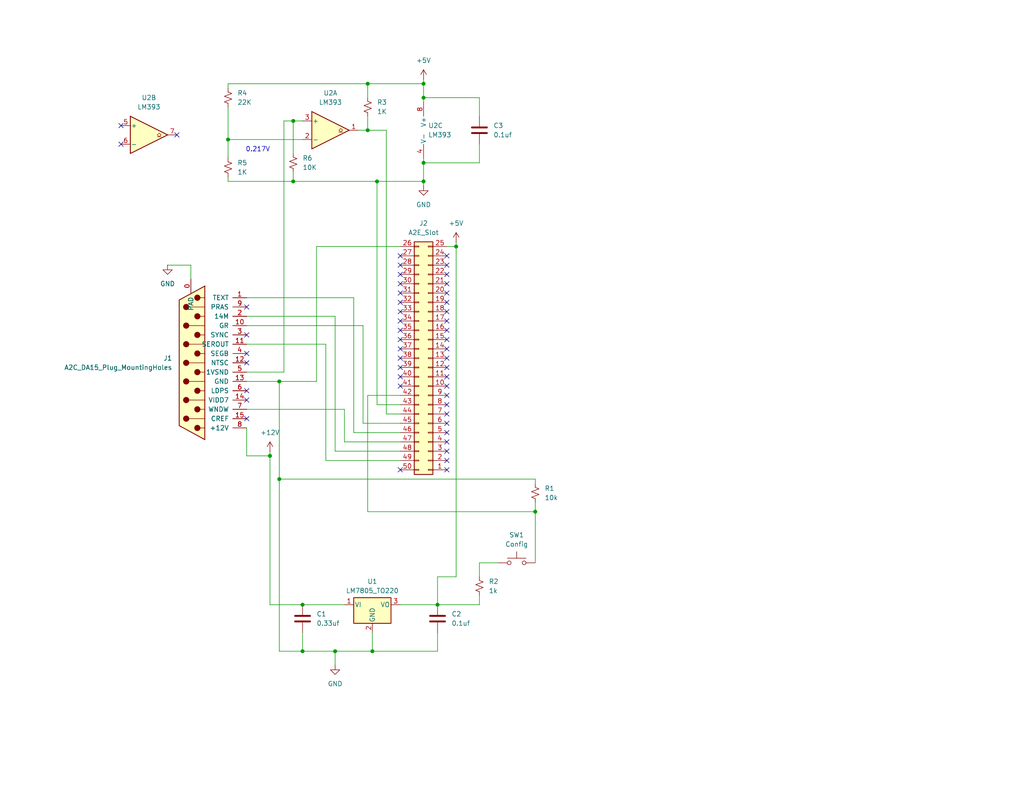
<source format=kicad_sch>
(kicad_sch (version 20250114) (generator "eeschema") (generator_version "9.0")
  (paper "USLetter")
  (title_block (title "A2C_DVI Adapter") (date "2025-06-18") (rev "v2") (company "Far Left Lane") (comment 1 "Michael Neil") (comment 2 "MIT License") (comment 3 "v1 4/15/2025") (comment 4 "v2 6/18/25"))
  (lib_symbols
    (symbol "Apple_II_Library:DA15_Plug_MountingHoles" (pin_names (offset 1.016))
      (property "Reference" "J1" (at 5.08 -1.2701 0))
      (property "Value" "A2C_DA15_Plug_MountingHoles" (at 5.08 1.2699 0))
      (symbol "DA15_Plug_MountingHoles_0_1"
        (polyline (pts (xy -3.81 17.78) (xy -2.54 17.78)))
        (polyline (pts (xy -3.81 15.24) (xy 0.508 15.24)))
        (polyline (pts (xy -3.81 12.7) (xy -2.54 12.7)))
        (polyline (pts (xy -3.81 10.16) (xy 0.508 10.16)))
        (polyline (pts (xy -3.81 7.62) (xy -2.54 7.62)))
        (polyline (pts (xy -3.81 5.08) (xy 0.508 5.08)))
        (polyline (pts (xy -3.81 2.54) (xy -2.54 2.54)))
        (polyline (pts (xy -3.81 0) (xy 0.508 0)))
        (polyline (pts (xy -3.81 -2.54) (xy -2.54 -2.54)))
        (polyline (pts (xy -3.81 -5.08) (xy 0.508 -5.08)))
        (polyline (pts (xy -3.81 -7.62) (xy -2.54 -7.62)))
        (polyline (pts (xy -3.81 -10.16) (xy 0.508 -10.16)))
        (polyline (pts (xy -3.81 -12.7) (xy -2.54 -12.7)))
        (polyline (pts (xy -3.81 -15.24) (xy 0.508 -15.24)))
        (polyline (pts (xy -3.81 -17.78) (xy -2.54 -17.78)))
        (polyline (pts (xy -3.81 -20.955) (xy 3.175 -17.145) (xy 3.175 17.145) (xy -3.81 20.955) (xy -3.81 -20.955)) (stroke (width 0.254)) (fill (type background)))
        (circle (center -1.778 17.78) (radius 0.762) (fill (type outline)))
        (circle (center -1.778 12.7) (radius 0.762) (fill (type outline)))
        (circle (center -1.778 7.62) (radius 0.762) (fill (type outline)))
        (circle (center -1.778 2.54) (radius 0.762) (fill (type outline)))
        (circle (center -1.778 -2.54) (radius 0.762) (fill (type outline)))
        (circle (center -1.778 -7.62) (radius 0.762) (fill (type outline)))
        (circle (center -1.778 -12.7) (radius 0.762) (fill (type outline)))
        (circle (center -1.778 -17.78) (radius 0.762) (fill (type outline)))
        (circle (center 1.27 15.24) (radius 0.762) (fill (type outline)))
        (circle (center 1.27 10.16) (radius 0.762) (fill (type outline)))
        (circle (center 1.27 5.08) (radius 0.762) (fill (type outline)))
        (circle (center 1.27 0) (radius 0.762) (fill (type outline)))
        (circle (center 1.27 -5.08) (radius 0.762) (fill (type outline)))
        (circle (center 1.27 -10.16) (radius 0.762) (fill (type outline)))
        (circle (center 1.27 -15.24) (radius 0.762) (fill (type outline)))
      )
      (symbol "DA15_Plug_MountingHoles_1_1"
        (pin power_out line (at -15.24 17.78 0) (length 3.81) (name "+12V") (number "8"))
        (pin passive line (at -15.24 15.24 0) (length 3.81) (name "CREF") (number "15"))
        (pin passive line (at -15.24 12.7 0) (length 3.81) (name "WNDW") (number "7"))
        (pin passive line (at -15.24 10.16 0) (length 3.81) (name "VIDD7") (number "14"))
        (pin passive line (at -15.24 7.62 0) (length 3.81) (name "LDPS") (number "6"))
        (pin power_out line (at -15.24 5.08 0) (length 3.81) (name "GND") (number "13"))
        (pin passive line (at -15.24 2.54 0) (length 3.81) (name "1VSND") (number "5"))
        (pin passive line (at -15.24 0 0) (length 3.81) (name "NTSC") (number "12"))
        (pin passive line (at -15.24 -2.54 0) (length 3.81) (name "SEGB") (number "4"))
        (pin passive line (at -15.24 -5.08 0) (length 3.81) (name "SEROUT") (number "11"))
        (pin passive line (at -15.24 -7.62 0) (length 3.81) (name "SYNC") (number "3"))
        (pin passive line (at -15.24 -10.16 0) (length 3.81) (name "GR") (number "10"))
        (pin passive line (at -15.24 -12.7 0) (length 3.81) (name "14M") (number "2"))
        (pin passive line (at -15.24 -15.24 0) (length 3.81) (name "PRAS") (number "9"))
        (pin passive line (at -15.24 -17.78 0) (length 3.81) (name "TEXT") (number "1"))
        (pin passive line (at 0 -22.86 90) (length 3.81) (name "PAD") (number "0"))
      )
    )
    (symbol "Comparator:LM393" (pin_names (offset 0.127))
      (property "Reference" "U" (at 3.81 3.81 0))
      (property "Value" "LM393" (at 6.35 -3.81 0))
      (symbol "LM393_1_1"
        (polyline (pts (xy -5.08 5.08) (xy 5.08 0) (xy -5.08 -5.08) (xy -5.08 5.08)) (stroke (width 0.254)) (fill (type background)))
        (polyline (pts (xy 3.302 -0.508) (xy 2.794 -0.508) (xy 3.302 0) (xy 2.794 0.508) (xy 2.286 0) (xy 2.794 -0.508) (xy 2.286 -0.508)) (stroke (width 0.127)))
        (pin input line (at -7.62 2.54 0) (length 2.54) (name "+") (number "3"))
        (pin input line (at -7.62 -2.54 0) (length 2.54) (name "-") (number "2"))
        (pin open_collector line (at 7.62 0 180) (length 2.54) (name "~") (number "1"))
      )
      (symbol "LM393_2_1"
        (polyline (pts (xy -5.08 5.08) (xy 5.08 0) (xy -5.08 -5.08) (xy -5.08 5.08)) (stroke (width 0.254)) (fill (type background)))
        (polyline (pts (xy 3.302 -0.508) (xy 2.794 -0.508) (xy 3.302 0) (xy 2.794 0.508) (xy 2.286 0) (xy 2.794 -0.508) (xy 2.286 -0.508)) (stroke (width 0.127)))
        (pin input line (at -7.62 2.54 0) (length 2.54) (name "+") (number "5"))
        (pin input line (at -7.62 -2.54 0) (length 2.54) (name "-") (number "6"))
        (pin open_collector line (at 7.62 0 180) (length 2.54) (name "~") (number "7"))
      )
      (symbol "LM393_3_1"
        (pin power_in line (at -2.54 7.62 270) (length 3.81) (name "V+") (number "8"))
        (pin power_in line (at -2.54 -7.62 90) (length 3.81) (name "V-") (number "4"))
      )
    )
    (symbol "Connector_Generic:Conn_02x25_Counter_Clockwise" (pin_names (offset 1.016) (hide yes))
      (property "Reference" "J" (at 1.27 33.02 0))
      (property "Value" "Conn_02x25_Counter_Clockwise" (at 1.27 -33.02 0))
      (symbol "Conn_02x25_Counter_Clockwise_1_1"
        (rectangle (start -1.27 31.75) (end 3.81 -31.75) (stroke (width 0.254)) (fill (type background)))
        (rectangle (start -1.27 30.607) (end 0 30.353) (stroke (width 0.1524)))
        (rectangle (start -1.27 28.067) (end 0 27.813) (stroke (width 0.1524)))
        (rectangle (start -1.27 25.527) (end 0 25.273) (stroke (width 0.1524)))
        (rectangle (start -1.27 22.987) (end 0 22.733) (stroke (width 0.1524)))
        (rectangle (start -1.27 20.447) (end 0 20.193) (stroke (width 0.1524)))
        (rectangle (start -1.27 17.907) (end 0 17.653) (stroke (width 0.1524)))
        (rectangle (start -1.27 15.367) (end 0 15.113) (stroke (width 0.1524)))
        (rectangle (start -1.27 12.827) (end 0 12.573) (stroke (width 0.1524)))
        (rectangle (start -1.27 10.287) (end 0 10.033) (stroke (width 0.1524)))
        (rectangle (start -1.27 7.747) (end 0 7.493) (stroke (width 0.1524)))
        (rectangle (start -1.27 5.207) (end 0 4.953) (stroke (width 0.1524)))
        (rectangle (start -1.27 2.667) (end 0 2.413) (stroke (width 0.1524)))
        (rectangle (start -1.27 0.127) (end 0 -0.127) (stroke (width 0.1524)))
        (rectangle (start -1.27 -2.413) (end 0 -2.667) (stroke (width 0.1524)))
        (rectangle (start -1.27 -4.953) (end 0 -5.207) (stroke (width 0.1524)))
        (rectangle (start -1.27 -7.493) (end 0 -7.747) (stroke (width 0.1524)))
        (rectangle (start -1.27 -10.033) (end 0 -10.287) (stroke (width 0.1524)))
        (rectangle (start -1.27 -12.573) (end 0 -12.827) (stroke (width 0.1524)))
        (rectangle (start -1.27 -15.113) (end 0 -15.367) (stroke (width 0.1524)))
        (rectangle (start -1.27 -17.653) (end 0 -17.907) (stroke (width 0.1524)))
        (rectangle (start -1.27 -20.193) (end 0 -20.447) (stroke (width 0.1524)))
        (rectangle (start -1.27 -22.733) (end 0 -22.987) (stroke (width 0.1524)))
        (rectangle (start -1.27 -25.273) (end 0 -25.527) (stroke (width 0.1524)))
        (rectangle (start -1.27 -27.813) (end 0 -28.067) (stroke (width 0.1524)))
        (rectangle (start -1.27 -30.353) (end 0 -30.607) (stroke (width 0.1524)))
        (rectangle (start 3.81 30.607) (end 2.54 30.353) (stroke (width 0.1524)))
        (rectangle (start 3.81 28.067) (end 2.54 27.813) (stroke (width 0.1524)))
        (rectangle (start 3.81 25.527) (end 2.54 25.273) (stroke (width 0.1524)))
        (rectangle (start 3.81 22.987) (end 2.54 22.733) (stroke (width 0.1524)))
        (rectangle (start 3.81 20.447) (end 2.54 20.193) (stroke (width 0.1524)))
        (rectangle (start 3.81 17.907) (end 2.54 17.653) (stroke (width 0.1524)))
        (rectangle (start 3.81 15.367) (end 2.54 15.113) (stroke (width 0.1524)))
        (rectangle (start 3.81 12.827) (end 2.54 12.573) (stroke (width 0.1524)))
        (rectangle (start 3.81 10.287) (end 2.54 10.033) (stroke (width 0.1524)))
        (rectangle (start 3.81 7.747) (end 2.54 7.493) (stroke (width 0.1524)))
        (rectangle (start 3.81 5.207) (end 2.54 4.953) (stroke (width 0.1524)))
        (rectangle (start 3.81 2.667) (end 2.54 2.413) (stroke (width 0.1524)))
        (rectangle (start 3.81 0.127) (end 2.54 -0.127) (stroke (width 0.1524)))
        (rectangle (start 3.81 -2.413) (end 2.54 -2.667) (stroke (width 0.1524)))
        (rectangle (start 3.81 -4.953) (end 2.54 -5.207) (stroke (width 0.1524)))
        (rectangle (start 3.81 -7.493) (end 2.54 -7.747) (stroke (width 0.1524)))
        (rectangle (start 3.81 -10.033) (end 2.54 -10.287) (stroke (width 0.1524)))
        (rectangle (start 3.81 -12.573) (end 2.54 -12.827) (stroke (width 0.1524)))
        (rectangle (start 3.81 -15.113) (end 2.54 -15.367) (stroke (width 0.1524)))
        (rectangle (start 3.81 -17.653) (end 2.54 -17.907) (stroke (width 0.1524)))
        (rectangle (start 3.81 -20.193) (end 2.54 -20.447) (stroke (width 0.1524)))
        (rectangle (start 3.81 -22.733) (end 2.54 -22.987) (stroke (width 0.1524)))
        (rectangle (start 3.81 -25.273) (end 2.54 -25.527) (stroke (width 0.1524)))
        (rectangle (start 3.81 -27.813) (end 2.54 -28.067) (stroke (width 0.1524)))
        (rectangle (start 3.81 -30.353) (end 2.54 -30.607) (stroke (width 0.1524)))
        (pin passive line (at -5.08 30.48 0) (length 3.81) (name "Pin_1") (number "1"))
        (pin passive line (at -5.08 27.94 0) (length 3.81) (name "Pin_2") (number "2"))
        (pin passive line (at -5.08 25.4 0) (length 3.81) (name "Pin_3") (number "3"))
        (pin passive line (at -5.08 22.86 0) (length 3.81) (name "Pin_4") (number "4"))
        (pin passive line (at -5.08 20.32 0) (length 3.81) (name "Pin_5") (number "5"))
        (pin passive line (at -5.08 17.78 0) (length 3.81) (name "Pin_6") (number "6"))
        (pin passive line (at -5.08 15.24 0) (length 3.81) (name "Pin_7") (number "7"))
        (pin passive line (at -5.08 12.7 0) (length 3.81) (name "Pin_8") (number "8"))
        (pin passive line (at -5.08 10.16 0) (length 3.81) (name "Pin_9") (number "9"))
        (pin passive line (at -5.08 7.62 0) (length 3.81) (name "Pin_10") (number "10"))
        (pin passive line (at -5.08 5.08 0) (length 3.81) (name "Pin_11") (number "11"))
        (pin passive line (at -5.08 2.54 0) (length 3.81) (name "Pin_12") (number "12"))
        (pin passive line (at -5.08 0 0) (length 3.81) (name "Pin_13") (number "13"))
        (pin passive line (at -5.08 -2.54 0) (length 3.81) (name "Pin_14") (number "14"))
        (pin passive line (at -5.08 -5.08 0) (length 3.81) (name "Pin_15") (number "15"))
        (pin passive line (at -5.08 -7.62 0) (length 3.81) (name "Pin_16") (number "16"))
        (pin passive line (at -5.08 -10.16 0) (length 3.81) (name "Pin_17") (number "17"))
        (pin passive line (at -5.08 -12.7 0) (length 3.81) (name "Pin_18") (number "18"))
        (pin passive line (at -5.08 -15.24 0) (length 3.81) (name "Pin_19") (number "19"))
        (pin passive line (at -5.08 -17.78 0) (length 3.81) (name "Pin_20") (number "20"))
        (pin passive line (at -5.08 -20.32 0) (length 3.81) (name "Pin_21") (number "21"))
        (pin passive line (at -5.08 -22.86 0) (length 3.81) (name "Pin_22") (number "22"))
        (pin passive line (at -5.08 -25.4 0) (length 3.81) (name "Pin_23") (number "23"))
        (pin passive line (at -5.08 -27.94 0) (length 3.81) (name "Pin_24") (number "24"))
        (pin passive line (at -5.08 -30.48 0) (length 3.81) (name "Pin_25") (number "25"))
        (pin passive line (at 7.62 30.48 180) (length 3.81) (name "Pin_50") (number "50"))
        (pin passive line (at 7.62 27.94 180) (length 3.81) (name "Pin_49") (number "49"))
        (pin passive line (at 7.62 25.4 180) (length 3.81) (name "Pin_48") (number "48"))
        (pin passive line (at 7.62 22.86 180) (length 3.81) (name "Pin_47") (number "47"))
        (pin passive line (at 7.62 20.32 180) (length 3.81) (name "Pin_46") (number "46"))
        (pin passive line (at 7.62 17.78 180) (length 3.81) (name "Pin_45") (number "45"))
        (pin passive line (at 7.62 15.24 180) (length 3.81) (name "Pin_44") (number "44"))
        (pin passive line (at 7.62 12.7 180) (length 3.81) (name "Pin_43") (number "43"))
        (pin passive line (at 7.62 10.16 180) (length 3.81) (name "Pin_42") (number "42"))
        (pin passive line (at 7.62 7.62 180) (length 3.81) (name "Pin_41") (number "41"))
        (pin passive line (at 7.62 5.08 180) (length 3.81) (name "Pin_40") (number "40"))
        (pin passive line (at 7.62 2.54 180) (length 3.81) (name "Pin_39") (number "39"))
        (pin passive line (at 7.62 0 180) (length 3.81) (name "Pin_38") (number "38"))
        (pin passive line (at 7.62 -2.54 180) (length 3.81) (name "Pin_37") (number "37"))
        (pin passive line (at 7.62 -5.08 180) (length 3.81) (name "Pin_36") (number "36"))
        (pin passive line (at 7.62 -7.62 180) (length 3.81) (name "Pin_35") (number "35"))
        (pin passive line (at 7.62 -10.16 180) (length 3.81) (name "Pin_34") (number "34"))
        (pin passive line (at 7.62 -12.7 180) (length 3.81) (name "Pin_33") (number "33"))
        (pin passive line (at 7.62 -15.24 180) (length 3.81) (name "Pin_32") (number "32"))
        (pin passive line (at 7.62 -17.78 180) (length 3.81) (name "Pin_31") (number "31"))
        (pin passive line (at 7.62 -20.32 180) (length 3.81) (name "Pin_30") (number "30"))
        (pin passive line (at 7.62 -22.86 180) (length 3.81) (name "Pin_29") (number "29"))
        (pin passive line (at 7.62 -25.4 180) (length 3.81) (name "Pin_28") (number "28"))
        (pin passive line (at 7.62 -27.94 180) (length 3.81) (name "Pin_27") (number "27"))
        (pin passive line (at 7.62 -30.48 180) (length 3.81) (name "Pin_26") (number "26"))
      )
    )
    (symbol "Device:C" (pin_numbers (hide yes)) (pin_names (offset 0.254))
      (property "Reference" "C" (at 0.635 2.54 0))
      (property "Value" "C" (at 0.635 -2.54 0))
      (symbol "C_0_1"
        (polyline (pts (xy -2.032 0.762) (xy 2.032 0.762)) (stroke (width 0.508)))
        (polyline (pts (xy -2.032 -0.762) (xy 2.032 -0.762)) (stroke (width 0.508)))
      )
      (symbol "C_1_1"
        (pin passive line (at 0 3.81 270) (length 2.794) (name "~") (number "1"))
        (pin passive line (at 0 -3.81 90) (length 2.794) (name "~") (number "2"))
      )
    )
    (symbol "Device:R_Small_US" (pin_numbers (hide yes)) (pin_names (offset 0.254) (hide yes))
      (property "Reference" "R" (at 0.762 0.508 0))
      (property "Value" "R_Small_US" (at 0.762 -1.016 0))
      (symbol "R_Small_US_1_1"
        (polyline (pts (xy 0 1.524) (xy 1.016 1.143) (xy 0 0.762) (xy -1.016 0.381) (xy 0 0)))
        (polyline (pts (xy 0 0) (xy 1.016 -0.381) (xy 0 -0.762) (xy -1.016 -1.143) (xy 0 -1.524)))
        (pin passive line (at 0 2.54 270) (length 1.016) (name "~") (number "1"))
        (pin passive line (at 0 -2.54 90) (length 1.016) (name "~") (number "2"))
      )
    )
    (symbol "Regulator_Linear:LM7805_TO220" (pin_names (offset 0.254))
      (property "Reference" "U" (at -3.81 3.175 0))
      (property "Value" "LM7805_TO220" (at 0 3.175 0))
      (symbol "LM7805_TO220_0_1"
        (rectangle (start -5.08 1.905) (end 5.08 -5.08) (stroke (width 0.254)) (fill (type background)))
      )
      (symbol "LM7805_TO220_1_1"
        (pin power_in line (at -7.62 0 0) (length 2.54) (name "VI") (number "1"))
        (pin power_in line (at 0 -7.62 90) (length 2.54) (name "GND") (number "2"))
        (pin power_out line (at 7.62 0 180) (length 2.54) (name "VO") (number "3"))
      )
    )
    (symbol "Switch:SW_Push" (pin_numbers (hide yes)) (pin_names (offset 1.016) (hide yes))
      (property "Reference" "SW" (at 1.27 2.54 0))
      (property "Value" "SW_Push" (at 0 -1.524 0))
      (symbol "SW_Push_0_1"
        (circle (center -2.032 0) (radius 0.508))
        (polyline (pts (xy 0 1.27) (xy 0 3.048)))
        (circle (center 2.032 0) (radius 0.508))
        (polyline (pts (xy 2.54 1.27) (xy -2.54 1.27)))
        (pin passive line (at -5.08 0 0) (length 2.54) (name "1") (number "1"))
        (pin passive line (at 5.08 0 180) (length 2.54) (name "2") (number "2"))
      )
    )
    (symbol "power:+12V" (power) (pin_numbers (hide yes)) (pin_names (offset 0) (hide yes))
      (property "Value" "+12V" (at 0 3.556 0))
      (symbol "+12V_0_1"
        (polyline (pts (xy -0.762 1.27) (xy 0 2.54)))
        (polyline (pts (xy 0 2.54) (xy 0.762 1.27)))
        (polyline (pts (xy 0 0) (xy 0 2.54)))
      )
      (symbol "+12V_1_1"
        (pin power_in line (at 0 0 90) (length 0) (name "~") (number "1"))
      )
    )
    (symbol "power:+5V" (power) (pin_numbers (hide yes)) (pin_names (offset 0) (hide yes))
      (property "Value" "+5V" (at 0 3.556 0))
      (symbol "+5V_0_1"
        (polyline (pts (xy -0.762 1.27) (xy 0 2.54)))
        (polyline (pts (xy 0 2.54) (xy 0.762 1.27)))
        (polyline (pts (xy 0 0) (xy 0 2.54)))
      )
      (symbol "+5V_1_1"
        (pin power_in line (at 0 0 90) (length 0) (name "~") (number "1"))
      )
    )
    (symbol "power:GND" (power) (pin_numbers (hide yes)) (pin_names (offset 0) (hide yes))
      (property "Value" "GND" (at 0 -3.81 0))
      (symbol "GND_0_1"
        (polyline (pts (xy 0 0) (xy 0 -1.27) (xy 1.27 -1.27) (xy 0 -2.54) (xy -1.27 -1.27) (xy 0 -1.27)))
      )
      (symbol "GND_1_1"
        (pin power_in line (at 0 0 270) (length 0) (name "~") (number "1"))
      )
    )
  )
  (text "0.217V" (at 70.358 40.894 0) (effects (font (size 1.27 1.27))))
  (junction (at 82.55 177.8))
  (junction (at 100.33 35.56))
  (junction (at 102.87 49.53))
  (junction (at 91.44 177.8))
  (junction (at 115.57 26.67))
  (junction (at 101.6 177.8))
  (junction (at 115.57 49.53))
  (junction (at 115.57 22.86))
  (junction (at 119.38 165.1))
  (junction (at 80.01 33.02))
  (junction (at 100.33 22.86))
  (junction (at 124.46 67.31))
  (junction (at 82.55 165.1))
  (junction (at 115.57 44.45))
  (junction (at 80.01 49.53))
  (junction (at 76.2 130.81))
  (junction (at 76.2 104.14))
  (junction (at 62.23 38.1))
  (junction (at 73.66 124.46))
  (junction (at 146.05 139.7))
  (no_connect (at 121.92 77.47))
  (no_connect (at 121.92 120.65))
  (no_connect (at 67.31 114.3))
  (no_connect (at 121.92 74.93))
  (no_connect (at 121.92 107.95))
  (no_connect (at 121.92 100.33))
  (no_connect (at 109.22 105.41))
  (no_connect (at 109.22 102.87))
  (no_connect (at 67.31 106.68))
  (no_connect (at 121.92 110.49))
  (no_connect (at 67.31 83.82))
  (no_connect (at 121.92 82.55))
  (no_connect (at 121.92 85.09))
  (no_connect (at 121.92 125.73))
  (no_connect (at 121.92 128.27))
  (no_connect (at 121.92 97.79))
  (no_connect (at 109.22 128.27))
  (no_connect (at 109.22 95.25))
  (no_connect (at 109.22 87.63))
  (no_connect (at 109.22 74.93))
  (no_connect (at 109.22 80.01))
  (no_connect (at 109.22 77.47))
  (no_connect (at 121.92 95.25))
  (no_connect (at 121.92 69.85))
  (no_connect (at 121.92 92.71))
  (no_connect (at 33.02 34.29))
  (no_connect (at 33.02 39.37))
  (no_connect (at 121.92 118.11))
  (no_connect (at 109.22 90.17))
  (no_connect (at 109.22 82.55))
  (no_connect (at 109.22 100.33))
  (no_connect (at 67.31 99.06))
  (no_connect (at 109.22 69.85))
  (no_connect (at 48.26 36.83))
  (no_connect (at 109.22 85.09))
  (no_connect (at 67.31 91.44))
  (no_connect (at 109.22 72.39))
  (no_connect (at 121.92 80.01))
  (no_connect (at 121.92 102.87))
  (no_connect (at 67.31 109.22))
  (no_connect (at 109.22 92.71))
  (no_connect (at 121.92 105.41))
  (no_connect (at 121.92 115.57))
  (no_connect (at 121.92 72.39))
  (no_connect (at 121.92 87.63))
  (no_connect (at 109.22 97.79))
  (no_connect (at 121.92 113.03))
  (no_connect (at 121.92 90.17))
  (no_connect (at 121.92 123.19))
  (no_connect (at 67.31 96.52))
  (wire (pts (xy 67.31 81.28) (xy 96.52 81.28)))
  (wire (pts (xy 82.55 172.72) (xy 82.55 177.8)))
  (wire (pts (xy 91.44 123.19) (xy 109.22 123.19)))
  (wire (pts (xy 100.33 31.75) (xy 100.33 35.56)))
  (wire (pts (xy 82.55 165.1) (xy 93.98 165.1)))
  (wire (pts (xy 73.66 123.19) (xy 73.66 124.46)))
  (wire (pts (xy 99.06 88.9) (xy 99.06 115.57)))
  (wire (pts (xy 115.57 26.67) (xy 130.81 26.67)))
  (wire (pts (xy 146.05 137.16) (xy 146.05 139.7)))
  (wire (pts (xy 130.81 39.37) (xy 130.81 44.45)))
  (wire (pts (xy 67.31 111.76) (xy 93.98 111.76)))
  (wire (pts (xy 52.07 76.2) (xy 52.07 72.39)))
  (wire (pts (xy 88.9 125.73) (xy 109.22 125.73)))
  (wire (pts (xy 67.31 88.9) (xy 99.06 88.9)))
  (wire (pts (xy 62.23 22.86) (xy 62.23 24.13)))
  (wire (pts (xy 77.47 33.02) (xy 77.47 101.6)))
  (wire (pts (xy 115.57 26.67) (xy 115.57 27.94)))
  (wire (pts (xy 124.46 66.04) (xy 124.46 67.31)))
  (wire (pts (xy 124.46 157.48) (xy 124.46 67.31)))
  (wire (pts (xy 115.57 44.45) (xy 115.57 49.53)))
  (wire (pts (xy 101.6 177.8) (xy 91.44 177.8)))
  (wire (pts (xy 91.44 177.8) (xy 91.44 181.61)))
  (wire (pts (xy 96.52 118.11) (xy 109.22 118.11)))
  (wire (pts (xy 62.23 22.86) (xy 100.33 22.86)))
  (wire (pts (xy 99.06 115.57) (xy 109.22 115.57)))
  (wire (pts (xy 130.81 26.67) (xy 130.81 31.75)))
  (wire (pts (xy 73.66 165.1) (xy 82.55 165.1)))
  (wire (pts (xy 115.57 43.18) (xy 115.57 44.45)))
  (wire (pts (xy 100.33 35.56) (xy 97.79 35.56)))
  (wire (pts (xy 100.33 26.67) (xy 100.33 22.86)))
  (wire (pts (xy 88.9 93.98) (xy 88.9 125.73)))
  (wire (pts (xy 109.22 113.03) (xy 105.41 113.03)))
  (wire (pts (xy 100.33 107.95) (xy 109.22 107.95)))
  (wire (pts (xy 100.33 107.95) (xy 100.33 139.7)))
  (wire (pts (xy 93.98 111.76) (xy 93.98 120.65)))
  (wire (pts (xy 62.23 49.53) (xy 80.01 49.53)))
  (wire (pts (xy 80.01 46.99) (xy 80.01 49.53)))
  (wire (pts (xy 77.47 101.6) (xy 67.31 101.6)))
  (wire (pts (xy 86.36 104.14) (xy 86.36 67.31)))
  (wire (pts (xy 67.31 124.46) (xy 67.31 116.84)))
  (wire (pts (xy 76.2 104.14) (xy 76.2 130.81)))
  (wire (pts (xy 102.87 49.53) (xy 115.57 49.53)))
  (wire (pts (xy 91.44 86.36) (xy 91.44 123.19)))
  (wire (pts (xy 76.2 104.14) (xy 86.36 104.14)))
  (wire (pts (xy 100.33 139.7) (xy 146.05 139.7)))
  (wire (pts (xy 91.44 177.8) (xy 82.55 177.8)))
  (wire (pts (xy 109.22 165.1) (xy 119.38 165.1)))
  (wire (pts (xy 67.31 86.36) (xy 91.44 86.36)))
  (wire (pts (xy 115.57 22.86) (xy 115.57 26.67)))
  (wire (pts (xy 76.2 130.81) (xy 76.2 177.8)))
  (wire (pts (xy 82.55 177.8) (xy 76.2 177.8)))
  (wire (pts (xy 67.31 93.98) (xy 88.9 93.98)))
  (wire (pts (xy 109.22 110.49) (xy 102.87 110.49)))
  (wire (pts (xy 130.81 44.45) (xy 115.57 44.45)))
  (wire (pts (xy 119.38 157.48) (xy 124.46 157.48)))
  (wire (pts (xy 130.81 165.1) (xy 130.81 162.56)))
  (wire (pts (xy 86.36 67.31) (xy 109.22 67.31)))
  (wire (pts (xy 52.07 72.39) (xy 45.72 72.39)))
  (wire (pts (xy 93.98 120.65) (xy 109.22 120.65)))
  (wire (pts (xy 80.01 33.02) (xy 82.55 33.02)))
  (wire (pts (xy 62.23 29.21) (xy 62.23 38.1)))
  (wire (pts (xy 100.33 35.56) (xy 105.41 35.56)))
  (wire (pts (xy 62.23 48.26) (xy 62.23 49.53)))
  (wire (pts (xy 102.87 49.53) (xy 102.87 110.49)))
  (wire (pts (xy 101.6 177.8) (xy 101.6 172.72)))
  (wire (pts (xy 146.05 139.7) (xy 146.05 153.67)))
  (wire (pts (xy 146.05 130.81) (xy 146.05 132.08)))
  (wire (pts (xy 101.6 177.8) (xy 119.38 177.8)))
  (wire (pts (xy 119.38 177.8) (xy 119.38 172.72)))
  (wire (pts (xy 130.81 153.67) (xy 135.89 153.67)))
  (wire (pts (xy 77.47 33.02) (xy 80.01 33.02)))
  (wire (pts (xy 80.01 49.53) (xy 102.87 49.53)))
  (wire (pts (xy 115.57 49.53) (xy 115.57 50.8)))
  (wire (pts (xy 62.23 38.1) (xy 62.23 43.18)))
  (wire (pts (xy 73.66 124.46) (xy 73.66 165.1)))
  (wire (pts (xy 115.57 21.59) (xy 115.57 22.86)))
  (wire (pts (xy 76.2 130.81) (xy 146.05 130.81)))
  (wire (pts (xy 130.81 153.67) (xy 130.81 157.48)))
  (wire (pts (xy 62.23 38.1) (xy 82.55 38.1)))
  (wire (pts (xy 124.46 67.31) (xy 121.92 67.31)))
  (wire (pts (xy 119.38 165.1) (xy 130.81 165.1)))
  (wire (pts (xy 67.31 104.14) (xy 76.2 104.14)))
  (wire (pts (xy 80.01 33.02) (xy 80.01 41.91)))
  (wire (pts (xy 100.33 22.86) (xy 115.57 22.86)))
  (wire (pts (xy 96.52 81.28) (xy 96.52 118.11)))
  (wire (pts (xy 67.31 124.46) (xy 73.66 124.46)))
  (wire (pts (xy 119.38 157.48) (xy 119.38 165.1)))
  (wire (pts (xy 105.41 35.56) (xy 105.41 113.03)))
  (symbol (lib_id "Switch:SW_Push") (at 140.97 153.67 0) (unit 1)
    (property "Reference" "SW1" (at 140.97 146.05 0))
    (property "Value" "Config" (at 140.97 148.59 0))
    (property "Footprint" "Apple II Library:PinSocket_1x03_P2.54mm_Vertical" (effects (hide yes)))
    (property "Description" "Push button switch, generic, two pins" (effects (hide yes)))
  )
  (symbol (lib_id "Device:C") (at 119.38 168.91 0) (unit 1)
    (property "Reference" "C2" (at 123.19 167.6399 0) (effects (justify left)))
    (property "Value" "0.1uf" (at 123.19 170.1799 0) (effects (justify left)))
    (property "Footprint" "Capacitor_THT:C_Disc_D5.0mm_W2.5mm_P5.00mm" (effects (hide yes)))
    (property "Description" "Unpolarized capacitor" (effects (hide yes)))
  )
  (symbol (lib_id "Regulator_Linear:LM7805_TO220") (at 101.6 165.1 0) (unit 1)
    (property "Reference" "U1" (at 101.6 158.75 0))
    (property "Value" "LM7805_TO220" (at 101.6 161.29 0))
    (property "Footprint" "Package_TO_SOT_THT:TO-220-3_Vertical" (effects (hide yes)))
    (property "Datasheet" "https://www.onsemi.cn/PowerSolutions/document/MC7800-D.PDF" (effects (hide yes)))
    (property "Description" "Positive 1A 35V Linear Regulator, Fixed Output 5V, TO-220" (effects (hide yes)))
  )
  (symbol (lib_id "Connector_Generic:Conn_02x25_Counter_Clockwise") (at 116.84 97.79 180) (unit 1)
    (property "Reference" "J2" (at 115.57 60.96 0))
    (property "Value" "A2E_Slot" (at 115.57 63.5 0))
    (property "Footprint" "Apple II Library:A2E_50pin_card_edge_female" (effects (hide yes)))
    (property "Description" "Generic connector, double row, 02x25, counter clockwise pin numbering scheme (similar to DIP package numbering), script generated (kicad-library-utils/schlib/autogen/connector/)" (effects (hide yes)))
  )
  (symbol (lib_id "power:+5V") (at 115.57 21.59 0) (unit 1)
    (property "Reference" "#PWR04" (effects (hide yes)))
    (property "Value" "+5V" (at 115.57 16.51 0))
    (property "Description" "Power symbol creates a global label with name \"+5V\"" (effects (hide yes)))
  )
  (symbol (lib_id "Device:R_Small_US") (at 130.81 160.02 0) (unit 1)
    (property "Reference" "R2" (at 133.35 158.7499 0) (effects (justify left)))
    (property "Value" "1k" (at 133.35 161.2899 0) (effects (justify left)))
    (property "Footprint" "Resistor_THT:R_Axial_DIN0207_L6.3mm_D2.5mm_P7.62mm_Horizontal" (effects (hide yes)))
    (property "Description" "Resistor, small US symbol" (effects (hide yes)))
  )
  (symbol (lib_id "power:+5V") (at 124.46 66.04 0) (unit 1)
    (property "Reference" "#PWR02" (effects (hide yes)))
    (property "Value" "+5V" (at 124.46 60.96 0))
    (property "Description" "Power symbol creates a global label with name \"+5V\"" (effects (hide yes)))
  )
  (symbol (lib_id "Device:R_Small_US") (at 146.05 134.62 0) (unit 1)
    (property "Reference" "R1" (at 148.59 133.3499 0) (effects (justify left)))
    (property "Value" "10k" (at 148.59 135.8899 0) (effects (justify left)))
    (property "Footprint" "Resistor_THT:R_Axial_DIN0207_L6.3mm_D2.5mm_P7.62mm_Horizontal" (effects (hide yes)))
    (property "Description" "Resistor, small US symbol" (effects (hide yes)))
  )
  (symbol (lib_id "Comparator:LM393") (at 118.11 35.56 0) (unit 3)
    (property "Reference" "U2" (at 116.84 34.2899 0) (effects (justify left)))
    (property "Value" "LM393" (at 116.84 36.8299 0) (effects (justify left)))
    (property "Footprint" "Package_DIP:DIP-8_W7.62mm" (effects (hide yes)))
    (property "Datasheet" "http://www.ti.com/lit/ds/symlink/lm393.pdf" (effects (hide yes)))
    (property "Description" "Low-Power, Low-Offset Voltage, Dual Comparators, DIP-8/SOIC-8/TO-99-8" (effects (hide yes)))
  )
  (symbol (lib_id "Device:C") (at 130.81 35.56 0) (unit 1)
    (property "Reference" "C3" (at 134.62 34.2899 0) (effects (justify left)))
    (property "Value" "0.1uf" (at 134.62 36.8299 0) (effects (justify left)))
    (property "Footprint" "Capacitor_THT:C_Disc_D5.0mm_W2.5mm_P5.00mm" (effects (hide yes)))
    (property "Description" "Unpolarized capacitor" (effects (hide yes)))
  )
  (symbol (lib_id "power:GND") (at 115.57 50.8 0) (unit 1)
    (property "Reference" "#PWR05" (effects (hide yes)))
    (property "Value" "GND" (at 115.57 55.88 0))
    (property "Description" "Power symbol creates a global label with name \"GND\" , ground" (effects (hide yes)))
  )
  (symbol (lib_id "Device:R_Small_US") (at 62.23 45.72 0) (unit 1)
    (property "Reference" "R5" (at 64.77 44.4499 0) (effects (justify left)))
    (property "Value" "1K" (at 64.77 46.9899 0) (effects (justify left)))
    (property "Footprint" "Resistor_THT:R_Axial_DIN0207_L6.3mm_D2.5mm_P7.62mm_Horizontal" (effects (hide yes)))
    (property "Description" "Resistor, small US symbol" (effects (hide yes)))
  )
  (symbol (lib_id "power:GND") (at 91.44 181.61 0) (unit 1)
    (property "Reference" "#PWR01" (effects (hide yes)))
    (property "Value" "GND" (at 91.44 186.69 0))
    (property "Description" "Power symbol creates a global label with name \"GND\" , ground" (effects (hide yes)))
  )
  (symbol (lib_id "Apple_II_Library:DA15_Plug_MountingHoles") (at 52.07 99.06 180) (unit 1)
    (property "Reference" "J1" (at 46.99 97.7899 0) (effects (justify left)))
    (property "Value" "A2C_DA15_Plug_MountingHoles" (at 46.99 100.3299 0) (effects (justify left)))
    (property "Footprint" "Apple II Library:DSUB-15_Male_Horizontal_P2.77x2.84mm_EdgePinOffset7.70mm_Housed_MountingHolesOffset9.12mm" (effects (hide yes)))
    (property "Description" "15-pin male plug pin D-SUB connector (low-density/2 columns), Mounting Hole" (effects (hide yes)))
  )
  (symbol (lib_id "power:GND") (at 45.72 72.39 0) (unit 1)
    (property "Reference" "#PWR06" (effects (hide yes)))
    (property "Value" "GND" (at 45.72 77.47 0))
    (property "Description" "Power symbol creates a global label with name \"GND\" , ground" (effects (hide yes)))
  )
  (symbol (lib_id "Device:C") (at 82.55 168.91 0) (unit 1)
    (property "Reference" "C1" (at 86.36 167.6399 0) (effects (justify left)))
    (property "Value" "0.33uf" (at 86.36 170.1799 0) (effects (justify left)))
    (property "Footprint" "Capacitor_THT:C_Disc_D5.0mm_W2.5mm_P5.00mm" (effects (hide yes)))
    (property "Description" "Unpolarized capacitor" (effects (hide yes)))
  )
  (symbol (lib_id "Device:R_Small_US") (at 100.33 29.21 0) (unit 1)
    (property "Reference" "R3" (at 102.87 27.9399 0) (effects (justify left)))
    (property "Value" "1K" (at 102.87 30.4799 0) (effects (justify left)))
    (property "Footprint" "Resistor_THT:R_Axial_DIN0207_L6.3mm_D2.5mm_P7.62mm_Horizontal" (effects (hide yes)))
    (property "Description" "Resistor, small US symbol" (effects (hide yes)))
  )
  (symbol (lib_id "Device:R_Small_US") (at 80.01 44.45 0) (unit 1)
    (property "Reference" "R6" (at 82.55 43.1799 0) (effects (justify left)))
    (property "Value" "10K" (at 82.55 45.7199 0) (effects (justify left)))
    (property "Footprint" "Resistor_THT:R_Axial_DIN0207_L6.3mm_D2.5mm_P7.62mm_Horizontal" (effects (hide yes)))
    (property "Description" "Resistor, small US symbol" (effects (hide yes)))
  )
  (symbol (lib_id "Device:R_Small_US") (at 62.23 26.67 0) (unit 1)
    (property "Reference" "R4" (at 64.77 25.3999 0) (effects (justify left)))
    (property "Value" "22K" (at 64.77 27.9399 0) (effects (justify left)))
    (property "Footprint" "Resistor_THT:R_Axial_DIN0207_L6.3mm_D2.5mm_P7.62mm_Horizontal" (effects (hide yes)))
    (property "Description" "Resistor, small US symbol" (effects (hide yes)))
  )
  (symbol (lib_id "power:+12V") (at 73.66 123.19 0) (unit 1)
    (property "Reference" "#PWR03" (effects (hide yes)))
    (property "Value" "+12V" (at 73.66 118.11 0))
    (property "Description" "Power symbol creates a global label with name \"+12V\"" (effects (hide yes)))
  )
  (symbol (lib_id "Comparator:LM393") (at 40.64 36.83 0) (unit 2)
    (property "Reference" "U2" (at 40.64 26.67 0))
    (property "Value" "LM393" (at 40.64 29.21 0))
    (property "Datasheet" "http://www.ti.com/lit/ds/symlink/lm393.pdf" (effects (hide yes)))
    (property "Description" "Low-Power, Low-Offset Voltage, Dual Comparators, DIP-8/SOIC-8/TO-99-8" (effects (hide yes)))
  )
  (symbol (lib_id "Comparator:LM393") (at 90.17 35.56 0) (unit 1)
    (property "Reference" "U2" (at 90.17 25.4 0))
    (property "Value" "LM393" (at 90.17 27.94 0))
    (property "Footprint" "Package_DIP:DIP-8_W7.62mm" (effects (hide yes)))
    (property "Datasheet" "http://www.ti.com/lit/ds/symlink/lm393.pdf" (effects (hide yes)))
    (property "Description" "Low-Power, Low-Offset Voltage, Dual Comparators, DIP-8/SOIC-8/TO-99-8" (effects (hide yes)))
  )
)
</source>
